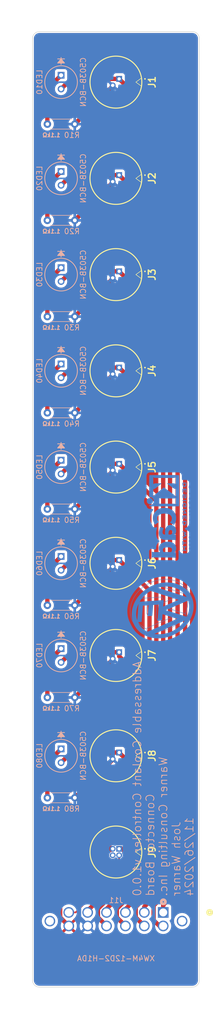
<source format=kicad_pcb>
(kicad_pcb (version 20221018) (generator pcbnew)
  (layers (0 "F.Cu" signal) (31 "B.Cu" signal) (34 "B.Paste" user) (35 "F.Paste" user) (36 "B.SilkS" user "B.Silkscreen") (37 "F.SilkS" user "F.Silkscreen") (38 "B.Mask" user) (39 "F.Mask" user) (44 "Edge.Cuts" user))
  (net 0 "")
  (net 1 "/Connector_Board/S1")
  (net 2 "/Connector_Board/S3")
  (net 3 "/Connector_Board/S5")
  (net 4 "/Connector_Board/S7")
  (net 5 "/Connector_Board/MCU 3.3v")
  (net 6 "/Connector_Board/PS Out")
  (net 7 "/Connector_Board/S2")
  (net 8 "/Connector_Board/S4")
  (net 9 "/Connector_Board/S6")
  (net 10 "/Connector_Board/S8")
  (net 11 "/Connector_Board/GND")
  (net 12 "/Connector_Board/MCU GND")
  (net 14 "Net-(LED10-Pad1)")
  (net 15 "Net-(LED20-Pad1)")
  (net 16 "Net-(LED30-Pad1)")
  (net 17 "Net-(LED40-Pad1)")
  (net 18 "Net-(LED50-Pad1)")
  (net 19 "Net-(LED60-Pad1)")
  (net 20 "Net-(LED70-Pad1)")
  (net 21 "Net-(LED80-Pad1)")
  (footprint "852-002-213R001:852-002-213R001" (layer "F.Cu") (at 215.9 118.2249 -90)
    (fp_text reference "J6")
    (fp_text value "852-002-213R001" hide)
  )
  (footprint "852-002-213R001:852-002-213R001" (layer "F.Cu") (at 215.9 29.3249 -90)
    (fp_text reference "J1")
    (fp_text value "852-002-213R001" hide)
  )
  (footprint "852-002-213R001:852-002-213R001" (layer "F.Cu") (at 215.9 135.2525 -90)
    (fp_text reference "J7")
    (fp_text value "852-002-213R001" hide)
  )
  (footprint "852-002-213R001:852-002-213R001" (layer "F.Cu") (at 215.9 100.4449 -90)
    (fp_text reference "J5")
    (fp_text value "852-002-213R001" hide)
  )
  (footprint "852-002-213R001:852-002-213R001" (layer "F.Cu") (at 215.9 47.1049 -90)
    (fp_text reference "J2")
    (fp_text value "852-002-213R001" hide)
  )
  (footprint "PCM_kikit:Board" (layer "F.Cu") (at 203.962 20)
    (fp_text reference "Connector_Board")
    (fp_text value "Board")
  )
  (footprint "852-002-213R001:852-002-213R001" (layer "F.Cu") (at 215.9 82.6649 -90)
    (fp_text reference "J4")
    (fp_text value "852-002-213R001" hide)
  )
  (footprint "852-002-213R001:852-002-213R001" (layer "F.Cu") (at 215.9 153.7849 -90)
    (fp_text reference "J8")
    (fp_text value "852-002-213R001" hide)
  )
  (footprint "852-002-213R004:852004213R004" (layer "F.Cu") (at 215.9 171.5649 -90)
    (fp_text reference "J9")
    (fp_text value "852-004-213R004" hide)
  )
  (footprint "852-002-213R001:852-002-213R001" (layer "F.Cu") (at 215.9 64.8849 -90)
    (fp_text reference "J3")
    (fp_text value "852-002-213R001" hide)
  )
  (footprint "Resistor:R_Axial_DIN0204_L3.6mm_D1.6mm_P5.08mm_Horizontal-JW" (layer "B.Cu") (at 203.2 125.9815)
    (fp_text reference "R60")
    (fp_text value "1.1kΩ")
  )
  (footprint "xw4m-12d2-h1da:xw4m-12d2-h1da" (layer "B.Cu") (at 224.663 182.7224 180)
    (fp_text reference "J11")
    (fp_text value "XW4M-12D2-H1DA")
  )
  (footprint "Resistor:R_Axial_DIN0204_L3.6mm_D1.6mm_P5.08mm_Horizontal-JW" (layer "B.Cu") (at 203.2 161.5415)
    (fp_text reference "R80")
    (fp_text value "1.1kΩ")
  )
  (footprint "Warner Consulting Logo:Warner Consulting Logo" (layer "B.Cu") (at 224.409 126.6165 -90)
    (fp_text reference "G***" hide)
    (fp_text value "LOGO" hide)
  )
  (footprint "C503B_BCN_CV0Z0461:C503B_BCN_CV0Z0461" (layer "B.Cu") (at 205.74 135.2525 -90)
    (fp_text reference "LED70")
    (fp_text value "C503B-BCN")
  )
  (footprint "Resistor:R_Axial_DIN0204_L3.6mm_D1.6mm_P5.08mm_Horizontal-JW" (layer "B.Cu") (at 203.2 108.2015)
    (fp_text reference "R50")
    (fp_text value "1.1kΩ")
  )
  (footprint "Resistor:R_Axial_DIN0204_L3.6mm_D1.6mm_P5.08mm_Horizontal-JW" (layer "B.Cu") (at 203.2 90.4215)
    (fp_text reference "R40")
    (fp_text value "1.1kΩ")
  )
  (footprint "Resistor:R_Axial_DIN0204_L3.6mm_D1.6mm_P5.08mm_Horizontal-JW" (layer "B.Cu") (at 203.2 72.6415)
    (fp_text reference "R30")
    (fp_text value "1.1kΩ")
  )
  (footprint "C503B_BCN_CV0Z0461:C503B_BCN_CV0Z0461" (layer "B.Cu") (at 205.74 29.3249 -90)
    (fp_text reference "LED10")
    (fp_text value "C503B-BCN")
  )
  (footprint "C503B_BCN_CV0Z0461:C503B_BCN_CV0Z0461" (layer "B.Cu") (at 205.74 82.6649 -90)
    (fp_text reference "LED40")
    (fp_text value "C503B-BCN")
  )
  (footprint "C503B_BCN_CV0Z0461:C503B_BCN_CV0Z0461" (layer "B.Cu") (at 205.74 47.1049 -90)
    (fp_text reference "LED20")
    (fp_text value "C503B-BCN")
  )
  (footprint "Resistor:R_Axial_DIN0204_L3.6mm_D1.6mm_P5.08mm_Horizontal-JW" (layer "B.Cu") (at 203.2 54.8615)
    (fp_text reference "R20")
    (fp_text value "1.1kΩ")
  )
  (footprint "C503B_BCN_CV0Z0461:C503B_BCN_CV0Z0461" (layer "B.Cu") (at 205.74 64.8849 -90)
    (fp_text reference "LED30")
    (fp_text value "C503B-BCN")
  )
  (footprint "Resistor:R_Axial_DIN0204_L3.6mm_D1.6mm_P5.08mm_Horizontal-JW" (layer "B.Cu") (at 203.2 143.0091)
    (fp_text reference "R70")
    (fp_text value "1.1kΩ")
  )
  (footprint "C503B_BCN_CV0Z0461:C503B_BCN_CV0Z0461" (layer "B.Cu") (at 205.74 100.4449 -90)
    (fp_text reference "LED50")
    (fp_text value "C503B-BCN")
  )
  (footprint "Resistor:R_Axial_DIN0204_L3.6mm_D1.6mm_P5.08mm_Horizontal-JW" (layer "B.Cu") (at 203.2 37.0815)
    (fp_text reference "R10")
    (fp_text value "1.1kΩ")
  )
  (footprint "C503B_BCN_CV0Z0461:C503B_BCN_CV0Z0461" (layer "B.Cu") (at 205.74 118.2249 -90)
    (fp_text reference "LED60")
    (fp_text value "C503B-BCN")
  )
  (footprint "C503B_BCN_CV0Z0461:C503B_BCN_CV0Z0461" (layer "B.Cu") (at 205.74 153.7849 -90)
    (fp_text reference "LED80")
    (fp_text value "C503B-BCN")
  )
  (footprint "Symbol:KiCad-Logo2_6mm_Copper" (layer "B.Cu") (at 224.602848 109.591014 -90)
    (fp_text reference "REF**" hide)
    (fp_text value "KiCad-Logo2_6mm_Copper" hide)
  )
  (gr_arc (start 230.08 20) (mid 230.978025 20.371974) (end 231.35 21.27) (stroke (width 0.1)) (layer "Edge.Cuts"))
  (gr_arc (start 200.45 21.27) (mid 200.821974 20.371974) (end 201.72 20) (stroke (width 0.1)) (layer "Edge.Cuts"))
  (gr_line (start 201.72 20) (end 230.08 20) (stroke (width 0.1)) (layer "Edge.Cuts"))
  (gr_arc (start 231.35 195.2475) (mid 230.978025 196.145525) (end 230.08 196.5175) (stroke (width 0.1)) (layer "Edge.Cuts"))
  (gr_line (start 200.45 195.2475) (end 200.45 21.27) (stroke (width 0.1)) (layer "Edge.Cuts"))
  (gr_arc (start 201.72 196.5175) (mid 200.821974 196.145525) (end 200.45 195.2475) (stroke (width 0.1)) (layer "Edge.Cuts"))
  (gr_line (start 230.08 196.5175) (end 201.72 196.5175) (stroke (width 0.1)) (layer "Edge.Cuts"))
  (gr_line (start 231.35 21.27) (end 231.35 195.2475) (stroke (width 0.1)) (layer "Edge.Cuts"))
  (gr_text "Addressable Coolant Controller v1.0.0\nConnector Board\nWarner Consulting Inc.\nJosh Warner\n11/26/2024" (at 230.378 179.8295 90) (layer "B.SilkS") (effects (font (size 1.5 1.5)) (justify right bottom mirror)))
  (segment (start 228.727 40.9519) (end 216.5 28.7249) (width 0.8) (layer "F.Cu") (net 1))
  (segment (start 224.663 181.3535) (end 228.727 177.2895) (width 0.8) (layer "F.Cu") (net 1))
  (segment (start 216.5 28.7249) (end 207.61 28.7249) (width 0.8) (layer "F.Cu") (net 1))
  (segment (start 207.61 28.7249) (end 205.74 30.5949) (width 0.8) (layer "F.Cu") (net 1))
  (segment (start 224.663 182.7224) (end 224.663 181.3535) (width 0.8) (layer "F.Cu") (net 1))
  (segment (start 228.727 177.2895) (end 228.727 40.9519) (width 0.8) (layer "F.Cu") (net 1))
  (segment (start 216.5 64.2849) (end 207.61 64.2849) (width 0.8) (layer "F.Cu") (net 2))
  (segment (start 207.61 64.2849) (end 205.74 66.1549) (width 0.8) (layer "F.Cu") (net 2))
  (segment (start 221.162997 182.7224) (end 221.162997 181.678503) (width 0.8) (layer "F.Cu") (net 2))
  (segment (start 221.162997 181.678503) (end 225.933 176.9085) (width 0.8) (layer "F.Cu") (net 2))
  (segment (start 225.933 176.9085) (end 225.933 73.7179) (width 0.8) (layer "F.Cu") (net 2))
  (segment (start 225.933 73.7179) (end 216.5 64.2849) (width 0.8) (layer "F.Cu") (net 2))
  (segment (start 216.5 99.8449) (end 207.61 99.8449) (width 0.8) (layer "F.Cu") (net 3))
  (segment (start 223.393 106.7379) (end 216.5 99.8449) (width 0.8) (layer "F.Cu") (net 3))
  (segment (start 217.662996 182.7224) (end 217.662996 182.130504) (width 0.8) (layer "F.Cu") (net 3))
  (segment (start 207.61 99.8449) (end 205.74 101.7149) (width 0.8) (layer "F.Cu") (net 3))
  (segment (start 217.662996 182.130504) (end 223.393 176.4005) (width 0.8) (layer "F.Cu") (net 3))
  (segment (start 223.393 176.4005) (end 223.393 106.7379) (width 0.8) (layer "F.Cu") (net 3))
  (segment (start 214.162995 182.074505) (end 220.853 175.3845) (width 0.8) (layer "F.Cu") (net 4))
  (segment (start 216.5 134.6525) (end 207.61 134.6525) (width 0.8) (layer "F.Cu") (net 4))
  (segment (start 220.853 139.7579) (end 216.5 135.4049) (width 0.8) (layer "F.Cu") (net 4))
  (segment (start 220.853 175.3845) (end 220.853 139.7579) (width 0.8) (layer "F.Cu") (net 4))
  (segment (start 207.61 134.6525) (end 205.74 136.5225) (width 0.8) (layer "F.Cu") (net 4))
  (segment (start 214.162995 182.7224) (end 214.162995 182.074505) (width 0.8) (layer "F.Cu") (net 4))
  (segment (start 217.0684 170.9649) (end 216.5 170.9649) (width 0.8) (layer "F.Cu") (net 5))
  (segment (start 210.662995 182.399505) (end 218.313 174.7495) (width 0.8) (layer "F.Cu") (net 5))
  (segment (start 218.313 174.7495) (end 218.313 172.2095) (width 0.8) (layer "F.Cu") (net 5))
  (segment (start 210.662995 182.7224) (end 210.662995 182.399505) (width 0.8) (layer "F.Cu") (net 5))
  (segment (start 218.313 172.2095) (end 217.0684 170.9649) (width 0.8) (layer "F.Cu") (net 5))
  (segment (start 207.162994 182.7224) (end 208.4351 182.7224) (width 0.3) (layer "F.Cu") (net 6))
  (segment (start 208.4351 182.7224) (end 216.5 174.6575) (width 0.3) (layer "F.Cu") (net 6))
  (segment (start 216.5 174.6575) (end 216.5 172.1649) (width 0.3) (layer "F.Cu") (net 6))
  (segment (start 224.663 185.2224) (end 223.9599 185.2224) (width 0.8) (layer "F.Cu") (net 7))
  (segment (start 227.33 177.0355) (end 227.33 57.3349) (width 0.8) (layer "F.Cu") (net 7))
  (segment (start 207.61 46.5049) (end 205.74 48.3749) (width 0.8) (layer "F.Cu") (net 7))
  (segment (start 227.33 57.3349) (end 216.5 46.5049) (width 0.8) (layer "F.Cu") (net 7))
  (segment (start 222.885 184.1475) (end 222.885 181.4805) (width 0.8) (layer "F.Cu") (net 7))
  (segment (start 216.5 46.5049) (end 207.61 46.5049) (width 0.8) (layer "F.Cu") (net 7))
  (segment (start 222.885 181.4805) (end 227.33 177.0355) (width 0.8) (layer "F.Cu") (net 7))
  (segment (start 223.9599 185.2224) (end 222.885 184.1475) (width 0.8) (layer "F.Cu") (net 7))
  (segment (start 219.572397 183.6318) (end 221.162997 185.2224) (width 0.8) (layer "F.Cu") (net 8))
  (segment (start 207.61 82.0649) (end 205.74 83.9349) (width 0.8) (layer "F.Cu") (net 8))
  (segment (start 224.663 90.2279) (end 224.663 176.6545) (width 0.8) (layer "F.Cu") (net 8))
  (segment (start 219.572397 181.745103) (end 219.572397 183.6318) (width 0.8) (layer "F.Cu") (net 8))
  (segment (start 224.663 176.6545) (end 219.572397 181.745103) (width 0.8) (layer "F.Cu") (net 8))
  (segment (start 216.5 82.0649) (end 207.61 82.0649) (width 0.8) (layer "F.Cu") (net 8))
  (segment (start 216.5 82.0649) (end 224.663 90.2279) (width 0.8) (layer "F.Cu") (net 8))
  (segment (start 216.072396 182.063551) (end 216.072396 183.6318) (width 0.8) (layer "F.Cu") (net 9))
  (segment (start 216.5 117.6249) (end 222.123 123.2479) (width 0.8) (layer "F.Cu") (net 9))
  (segment (start 216.072396 183.6318) (end 217.662996 185.2224) (width 0.8) (layer "F.Cu") (net 9))
  (segment (start 222.123 123.2479) (end 222.123 176.012947) (width 0.8) (layer "F.Cu") (net 9))
  (segment (start 216.5 117.6249) (end 207.61 117.6249) (width 0.8) (layer "F.Cu") (net 9))
  (segment (start 207.61 117.6249) (end 205.74 119.4949) (width 0.8) (layer "F.Cu") (net 9))
  (segment (start 222.123 176.012947) (end 216.072396 182.063551) (width 0.8) (layer "F.Cu") (net 9))
  (segment (start 212.572395 183.6318) (end 214.162995 185.2224) (width 0.8) (layer "F.Cu") (net 10))
  (segment (start 216.5 153.1849) (end 219.71 156.3949) (width 0.8) (layer "F.Cu") (net 10))
  (segment (start 207.61 153.1849) (end 205.74 155.0549) (width 0.8) (layer "F.Cu") (net 10))
  (segment (start 216.5 153.1849) (end 207.61 153.1849) (width 0.8) (layer "F.Cu") (net 10))
  (segment (start 212.572395 182.063551) (end 212.572395 183.6318) (width 0.8) (layer "F.Cu") (net 10))
  (segment (start 219.71 174.925946) (end 212.572395 182.063551) (width 0.8) (layer "F.Cu") (net 10))
  (segment (start 219.71 156.3949) (end 219.71 174.925946) (width 0.8) (layer "F.Cu") (net 10))
  (segment (start 208.28 125.9815) (end 215.3 118.9615) (width 0.8) (layer "F.Cu") (net 11))
  (segment (start 215.3 30.0615) (end 215.3 29.9249) (width 0.8) (layer "F.Cu") (net 11))
  (segment (start 208.28 90.4215) (end 215.3 83.4015) (width 0.8) (layer "F.Cu") (net 11))
  (segment (start 215.3 101.1815) (end 215.3 101.0449) (width 0.8) (layer "F.Cu") (net 11))
  (segment (start 208.28 72.6415) (end 215.3 65.6215) (width 0.8) (layer "F.Cu") (net 11))
  (segment (start 215.3 83.4015) (end 215.3 83.2649) (width 0.8) (layer "F.Cu") (net 11))
  (segment (start 215.3 154.5215) (end 215.3 154.3849) (width 0.8) (layer "F.Cu") (net 11))
  (segment (start 208.28 143.0091) (end 215.3 135.9891) (width 0.8) (layer "F.Cu") (net 11))
  (segment (start 208.28 54.8615) (end 215.3 47.8415) (width 0.8) (layer "F.Cu") (net 11))
  (segment (start 215.3 65.6215) (end 215.3 65.4849) (width 0.8) (layer "F.Cu") (net 11))
  (segment (start 208.28 161.5415) (end 215.3 154.5215) (width 0.8) (layer "F.Cu") (net 11))
  (segment (start 208.28 37.0815) (end 215.3 30.0615) (width 0.8) (layer "F.Cu") (net 11))
  (segment (start 215.3 135.9891) (end 215.3 135.8525) (width 0.8) (layer "F.Cu") (net 11))
  (segment (start 215.3 47.8415) (end 215.3 47.7049) (width 0.8) (layer "F.Cu") (net 11))
  (segment (start 215.3 118.9615) (end 215.3 118.8249) (width 0.8) (layer "F.Cu") (net 11))
  (segment (start 208.28 108.2015) (end 215.3 101.1815) (width 0.8) (layer "F.Cu") (net 11))
  (segment (start 210.662995 185.2224) (end 209.072395 183.6318) (width 0.8) (layer "B.Cu") (net 11))
  (segment (start 215.3 118.8249) (end 215.3 101.0449) (width 0.8) (layer "B.Cu") (net 11))
  (segment (start 215.3 47.7049) (end 215.3 29.9249) (width 0.8) (layer "B.Cu") (net 11))
  (segment (start 215.3 101.0449) (end 215.3 83.2649) (width 0.8) (layer "B.Cu") (net 11))
  (segment (start 215.3 136.6049) (end 215.3 118.8249) (width 0.8) (layer "B.Cu") (net 11))
  (segment (start 215.3 154.3849) (end 215.3 136.6049) (width 0.8) (layer "B.Cu") (net 11))
  (segment (start 209.072395 183.6318) (end 209.072395 160.612505) (width 0.8) (layer "B.Cu") (net 11))
  (segment (start 215.3 83.2649) (end 215.3 65.4849) (width 0.8) (layer "B.Cu") (net 11))
  (segment (start 209.072395 160.612505) (end 215.3 154.3849) (width 0.8) (layer "B.Cu") (net 11))
  (segment (start 215.3 65.4849) (end 215.3 47.7049) (width 0.8) (layer "B.Cu") (net 11))
  (segment (start 205.572394 183.6318) (end 205.572394 179.997106) (width 0.8) (layer "F.Cu") (net 12))
  (segment (start 207.162994 185.2224) (end 205.572394 183.6318) (width 0.8) (layer "F.Cu") (net 12))
  (segment (start 205.572394 179.997106) (end 214.6046 170.9649) (width 0.8) (layer "F.Cu") (net 12))
  (segment (start 214.6046 170.9649) (end 215.3 170.9649) (width 0.8) (layer "F.Cu") (net 12))
  (segment (start 203.2 30.5949) (end 203.2 37.0815) (width 0.8) (layer "F.Cu") (net 14))
  (segment (start 205.74 28.0549) (end 203.2 30.5949) (width 0.8) (layer "F.Cu") (net 14))
  (segment (start 203.2 48.3749) (end 203.2 54.8615) (width 0.8) (layer "F.Cu") (net 15))
  (segment (start 205.74 45.8349) (end 203.2 48.3749) (width 0.8) (layer "F.Cu") (net 15))
  (segment (start 203.2 66.1549) (end 203.2 72.6415) (width 0.8) (layer "F.Cu") (net 16))
  (segment (start 205.74 63.6149) (end 203.2 66.1549) (width 0.8) (layer "F.Cu") (net 16))
  (segment (start 205.74 81.3949) (end 203.2 83.9349) (width 0.8) (layer "F.Cu") (net 17))
  (segment (start 203.2 83.9349) (end 203.2 90.4215) (width 0.8) (layer "F.Cu") (net 17))
  (segment (start 203.2 101.7149) (end 203.2 108.2015) (width 0.8) (layer "F.Cu") (net 18))
  (segment (start 205.74 99.1749) (end 203.2 101.7149) (width 0.8) (layer "F.Cu") (net 18))
  (segment (start 205.74 116.9549) (end 203.2 119.4949) (width 0.8) (layer "F.Cu") (net 19))
  (segment (start 203.2 119.4949) (end 203.2 125.9815) (width 0.8) (layer "F.Cu") (net 19))
  (segment (start 203.2 136.5225) (end 203.2 143.0091) (width 0.8) (layer "F.Cu") (net 20))
  (segment (start 205.74 133.9825) (end 203.2 136.5225) (width 0.8) (layer "F.Cu") (net 20))
  (segment (start 205.74 152.5149) (end 203.2 155.0549) (width 0.8) (layer "F.Cu") (net 21))
  (segment (start 203.2 155.0549) (end 203.2 161.5415) (width 0.8) (layer "F.Cu") (net 21))
  (zone (net 12) (net_name "/Connector_Board/MCU GND") (layer "F.Cu") (priority 2) (connect_pads (clearance 0.5)) (min_thickness 0.25) (fill yes (thermal_gap 0.5) (thermal_bridge_width 0.5))
    (polygon (pts (xy 200.406 196.5935) (xy 231.394 196.8475) (xy 231.394 20.0635) (xy 200.406 19.9365)))
  )
  (zone (net 11) (net_name "/Connector_Board/GND") (layer "B.Cu") (priority 3) (connect_pads (clearance 0.5)) (min_thickness 0.25) (fill yes (thermal_gap 0.5) (thermal_bridge_width 0.5))
    (polygon (pts (xy 200.406 19.9365) (xy 200.406 196.5935) (xy 231.394 196.4665) (xy 231.394 20.0635)))
  )
)
</source>
